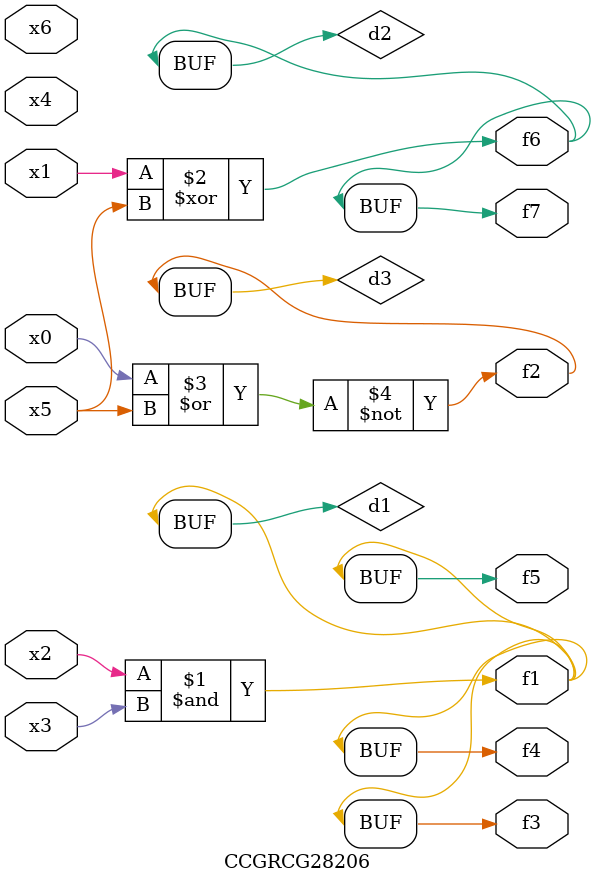
<source format=v>
module CCGRCG28206(
	input x0, x1, x2, x3, x4, x5, x6,
	output f1, f2, f3, f4, f5, f6, f7
);

	wire d1, d2, d3;

	and (d1, x2, x3);
	xor (d2, x1, x5);
	nor (d3, x0, x5);
	assign f1 = d1;
	assign f2 = d3;
	assign f3 = d1;
	assign f4 = d1;
	assign f5 = d1;
	assign f6 = d2;
	assign f7 = d2;
endmodule

</source>
